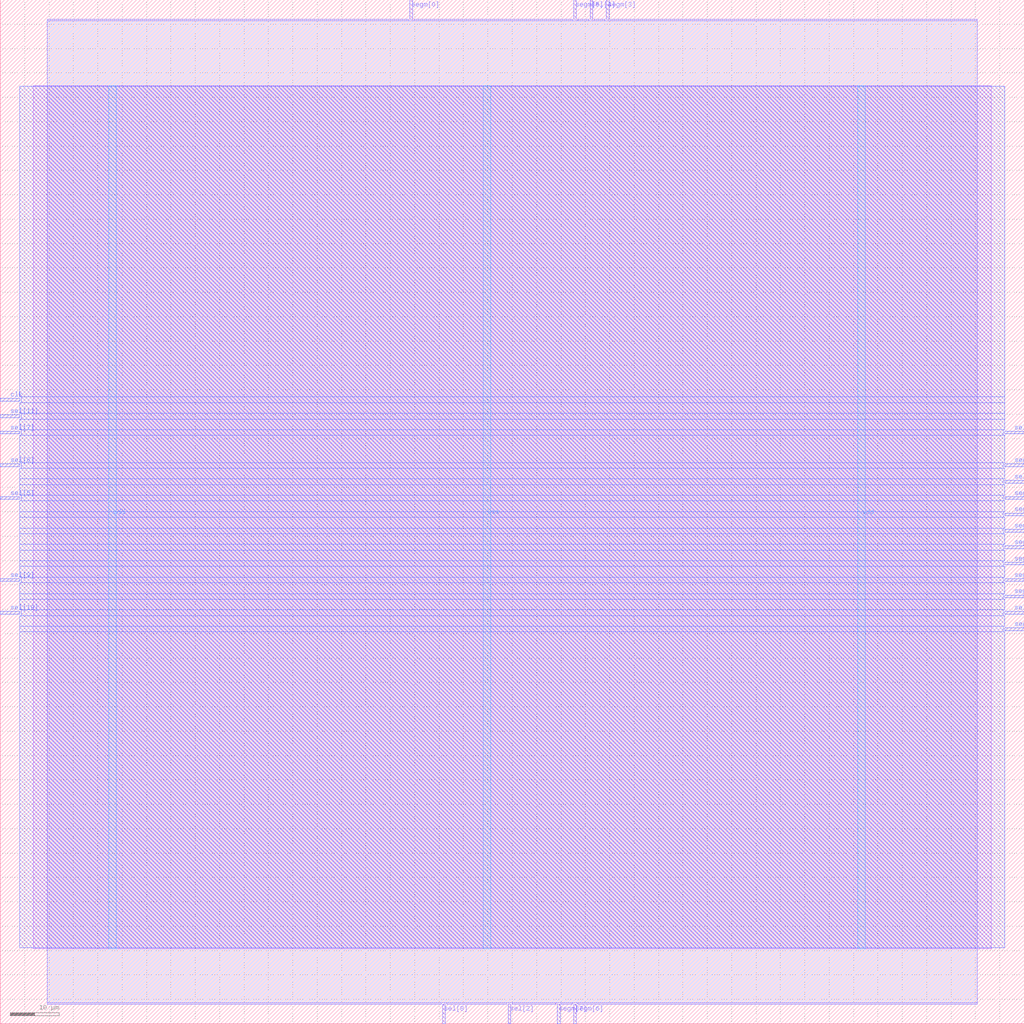
<source format=lef>
VERSION 5.7 ;
  NOWIREEXTENSIONATPIN ON ;
  DIVIDERCHAR "/" ;
  BUSBITCHARS "[]" ;
MACRO ita29
  CLASS BLOCK ;
  FOREIGN ita29 ;
  ORIGIN 0.000 0.000 ;
  SIZE 210.000 BY 210.000 ;
  PIN clk
    DIRECTION INPUT ;
    USE SIGNAL ;
    ANTENNAGATEAREA 4.738000 ;
    ANTENNADIFFAREA 0.410400 ;
    PORT
      LAYER Metal3 ;
        RECT 0.000 127.680 4.000 128.240 ;
    END
  END clk
  PIN segm[0]
    DIRECTION OUTPUT TRISTATE ;
    USE SIGNAL ;
    ANTENNADIFFAREA 0.360800 ;
    PORT
      LAYER Metal2 ;
        RECT 84.000 206.000 84.560 210.000 ;
    END
  END segm[0]
  PIN segm[10]
    DIRECTION OUTPUT TRISTATE ;
    USE SIGNAL ;
    ANTENNADIFFAREA 4.731200 ;
    PORT
      LAYER Metal3 ;
        RECT 206.000 80.640 210.000 81.200 ;
    END
  END segm[10]
  PIN segm[11]
    DIRECTION OUTPUT TRISTATE ;
    USE SIGNAL ;
    ANTENNADIFFAREA 4.731200 ;
    PORT
      LAYER Metal3 ;
        RECT 206.000 104.160 210.000 104.720 ;
    END
  END segm[11]
  PIN segm[12]
    DIRECTION OUTPUT TRISTATE ;
    USE SIGNAL ;
    ANTENNADIFFAREA 4.731200 ;
    PORT
      LAYER Metal3 ;
        RECT 206.000 100.800 210.000 101.360 ;
    END
  END segm[12]
  PIN segm[13]
    DIRECTION OUTPUT TRISTATE ;
    USE SIGNAL ;
    ANTENNADIFFAREA 4.731200 ;
    PORT
      LAYER Metal3 ;
        RECT 206.000 114.240 210.000 114.800 ;
    END
  END segm[13]
  PIN segm[1]
    DIRECTION OUTPUT TRISTATE ;
    USE SIGNAL ;
    ANTENNADIFFAREA 4.731200 ;
    PORT
      LAYER Metal3 ;
        RECT 206.000 87.360 210.000 87.920 ;
    END
  END segm[1]
  PIN segm[2]
    DIRECTION OUTPUT TRISTATE ;
    USE SIGNAL ;
    ANTENNADIFFAREA 4.731200 ;
    PORT
      LAYER Metal3 ;
        RECT 206.000 107.520 210.000 108.080 ;
    END
  END segm[2]
  PIN segm[3]
    DIRECTION OUTPUT TRISTATE ;
    USE SIGNAL ;
    ANTENNADIFFAREA 4.731200 ;
    PORT
      LAYER Metal2 ;
        RECT 124.320 206.000 124.880 210.000 ;
    END
  END segm[3]
  PIN segm[4]
    DIRECTION OUTPUT TRISTATE ;
    USE SIGNAL ;
    ANTENNADIFFAREA 4.731200 ;
    PORT
      LAYER Metal3 ;
        RECT 206.000 90.720 210.000 91.280 ;
    END
  END segm[4]
  PIN segm[5]
    DIRECTION OUTPUT TRISTATE ;
    USE SIGNAL ;
    ANTENNADIFFAREA 4.731200 ;
    PORT
      LAYER Metal2 ;
        RECT 117.600 206.000 118.160 210.000 ;
    END
  END segm[5]
  PIN segm[6]
    DIRECTION OUTPUT TRISTATE ;
    USE SIGNAL ;
    ANTENNADIFFAREA 4.731200 ;
    PORT
      LAYER Metal2 ;
        RECT 117.600 0.000 118.160 4.000 ;
    END
  END segm[6]
  PIN segm[7]
    DIRECTION OUTPUT TRISTATE ;
    USE SIGNAL ;
    ANTENNADIFFAREA 4.731200 ;
    PORT
      LAYER Metal2 ;
        RECT 114.240 0.000 114.800 4.000 ;
    END
  END segm[7]
  PIN segm[8]
    DIRECTION OUTPUT TRISTATE ;
    USE SIGNAL ;
    ANTENNADIFFAREA 4.731200 ;
    PORT
      LAYER Metal3 ;
        RECT 206.000 97.440 210.000 98.000 ;
    END
  END segm[8]
  PIN segm[9]
    DIRECTION OUTPUT TRISTATE ;
    USE SIGNAL ;
    ANTENNADIFFAREA 4.731200 ;
    PORT
      LAYER Metal3 ;
        RECT 206.000 94.080 210.000 94.640 ;
    END
  END segm[9]
  PIN sel[0]
    DIRECTION OUTPUT TRISTATE ;
    USE SIGNAL ;
    ANTENNADIFFAREA 4.731200 ;
    PORT
      LAYER Metal3 ;
        RECT 206.000 84.000 210.000 84.560 ;
    END
  END sel[0]
  PIN sel[10]
    DIRECTION OUTPUT TRISTATE ;
    USE SIGNAL ;
    ANTENNADIFFAREA 4.731200 ;
    PORT
      LAYER Metal3 ;
        RECT 0.000 84.000 4.000 84.560 ;
    END
  END sel[10]
  PIN sel[11]
    DIRECTION OUTPUT TRISTATE ;
    USE SIGNAL ;
    ANTENNADIFFAREA 4.731200 ;
    PORT
      LAYER Metal3 ;
        RECT 0.000 124.320 4.000 124.880 ;
    END
  END sel[11]
  PIN sel[1]
    DIRECTION OUTPUT TRISTATE ;
    USE SIGNAL ;
    ANTENNADIFFAREA 4.731200 ;
    PORT
      LAYER Metal3 ;
        RECT 206.000 110.880 210.000 111.440 ;
    END
  END sel[1]
  PIN sel[2]
    DIRECTION OUTPUT TRISTATE ;
    USE SIGNAL ;
    ANTENNADIFFAREA 4.731200 ;
    PORT
      LAYER Metal2 ;
        RECT 104.160 0.000 104.720 4.000 ;
    END
  END sel[2]
  PIN sel[3]
    DIRECTION OUTPUT TRISTATE ;
    USE SIGNAL ;
    ANTENNADIFFAREA 4.731200 ;
    PORT
      LAYER Metal3 ;
        RECT 206.000 120.960 210.000 121.520 ;
    END
  END sel[3]
  PIN sel[4]
    DIRECTION OUTPUT TRISTATE ;
    USE SIGNAL ;
    ANTENNADIFFAREA 4.731200 ;
    PORT
      LAYER Metal2 ;
        RECT 120.960 206.000 121.520 210.000 ;
    END
  END sel[4]
  PIN sel[5]
    DIRECTION OUTPUT TRISTATE ;
    USE SIGNAL ;
    ANTENNADIFFAREA 4.731200 ;
    PORT
      LAYER Metal3 ;
        RECT 0.000 107.520 4.000 108.080 ;
    END
  END sel[5]
  PIN sel[6]
    DIRECTION OUTPUT TRISTATE ;
    USE SIGNAL ;
    ANTENNADIFFAREA 4.731200 ;
    PORT
      LAYER Metal3 ;
        RECT 0.000 114.240 4.000 114.800 ;
    END
  END sel[6]
  PIN sel[7]
    DIRECTION OUTPUT TRISTATE ;
    USE SIGNAL ;
    ANTENNADIFFAREA 4.731200 ;
    PORT
      LAYER Metal3 ;
        RECT 0.000 120.960 4.000 121.520 ;
    END
  END sel[7]
  PIN sel[8]
    DIRECTION OUTPUT TRISTATE ;
    USE SIGNAL ;
    ANTENNADIFFAREA 4.731200 ;
    PORT
      LAYER Metal2 ;
        RECT 90.720 0.000 91.280 4.000 ;
    END
  END sel[8]
  PIN sel[9]
    DIRECTION OUTPUT TRISTATE ;
    USE SIGNAL ;
    ANTENNADIFFAREA 4.731200 ;
    PORT
      LAYER Metal3 ;
        RECT 0.000 90.720 4.000 91.280 ;
    END
  END sel[9]
  PIN vdd
    DIRECTION INOUT ;
    USE POWER ;
    PORT
      LAYER Metal4 ;
        RECT 22.240 15.380 23.840 192.380 ;
    END
    PORT
      LAYER Metal4 ;
        RECT 175.840 15.380 177.440 192.380 ;
    END
  END vdd
  PIN vss
    DIRECTION INOUT ;
    USE GROUND ;
    PORT
      LAYER Metal4 ;
        RECT 99.040 15.380 100.640 192.380 ;
    END
  END vss
  OBS
      LAYER Metal1 ;
        RECT 6.720 15.380 203.280 192.380 ;
      LAYER Metal2 ;
        RECT 9.660 205.700 83.700 206.000 ;
        RECT 84.860 205.700 117.300 206.000 ;
        RECT 118.460 205.700 120.660 206.000 ;
        RECT 121.820 205.700 124.020 206.000 ;
        RECT 125.180 205.700 200.340 206.000 ;
        RECT 9.660 4.300 200.340 205.700 ;
        RECT 9.660 4.000 90.420 4.300 ;
        RECT 91.580 4.000 103.860 4.300 ;
        RECT 105.020 4.000 113.940 4.300 ;
        RECT 115.100 4.000 117.300 4.300 ;
        RECT 118.460 4.000 200.340 4.300 ;
      LAYER Metal3 ;
        RECT 4.000 128.540 206.000 192.220 ;
        RECT 4.300 127.380 206.000 128.540 ;
        RECT 4.000 125.180 206.000 127.380 ;
        RECT 4.300 124.020 206.000 125.180 ;
        RECT 4.000 121.820 206.000 124.020 ;
        RECT 4.300 120.660 205.700 121.820 ;
        RECT 4.000 115.100 206.000 120.660 ;
        RECT 4.300 113.940 205.700 115.100 ;
        RECT 4.000 111.740 206.000 113.940 ;
        RECT 4.000 110.580 205.700 111.740 ;
        RECT 4.000 108.380 206.000 110.580 ;
        RECT 4.300 107.220 205.700 108.380 ;
        RECT 4.000 105.020 206.000 107.220 ;
        RECT 4.000 103.860 205.700 105.020 ;
        RECT 4.000 101.660 206.000 103.860 ;
        RECT 4.000 100.500 205.700 101.660 ;
        RECT 4.000 98.300 206.000 100.500 ;
        RECT 4.000 97.140 205.700 98.300 ;
        RECT 4.000 94.940 206.000 97.140 ;
        RECT 4.000 93.780 205.700 94.940 ;
        RECT 4.000 91.580 206.000 93.780 ;
        RECT 4.300 90.420 205.700 91.580 ;
        RECT 4.000 88.220 206.000 90.420 ;
        RECT 4.000 87.060 205.700 88.220 ;
        RECT 4.000 84.860 206.000 87.060 ;
        RECT 4.300 83.700 205.700 84.860 ;
        RECT 4.000 81.500 206.000 83.700 ;
        RECT 4.000 80.340 205.700 81.500 ;
        RECT 4.000 15.540 206.000 80.340 ;
  END
END ita29
END LIBRARY


</source>
